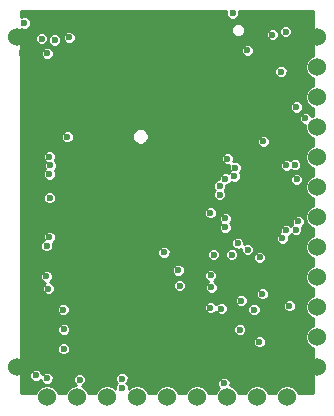
<source format=gbr>
G04 #@! TF.FileFunction,Copper,L3,Inr,Signal*
%FSLAX46Y46*%
G04 Gerber Fmt 4.6, Leading zero omitted, Abs format (unit mm)*
G04 Created by KiCad (PCBNEW 4.0.6) date 01/21/18 22:34:32*
%MOMM*%
%LPD*%
G01*
G04 APERTURE LIST*
%ADD10C,0.100000*%
%ADD11C,0.599440*%
%ADD12C,1.524000*%
%ADD13C,0.600000*%
%ADD14C,0.127000*%
%ADD15C,0.254000*%
G04 APERTURE END LIST*
D10*
D11*
X149583140Y-91462860D03*
X151020780Y-91749880D03*
X144820640Y-109245400D03*
X148021040Y-117081300D03*
X146941540Y-116512340D03*
X152001220Y-118148100D03*
X156248100Y-98851720D03*
X152593040Y-108973620D03*
X155625800Y-108473240D03*
X156065220Y-109367320D03*
X155321000Y-110517940D03*
X155938220Y-111445040D03*
X151030940Y-118856760D03*
X143070580Y-117718840D03*
X139895580Y-117777260D03*
X144279620Y-118264940D03*
X133639560Y-116560600D03*
X141516100Y-110385860D03*
X140096240Y-109926120D03*
X138506200Y-110002320D03*
X139674600Y-110980220D03*
X140728700Y-111594900D03*
X142781020Y-111612680D03*
X144236440Y-111325660D03*
X143451580Y-110157260D03*
X142013940Y-108892340D03*
X140192760Y-108585000D03*
X138869420Y-108872020D03*
X140959840Y-107627420D03*
X139235180Y-107261660D03*
X138046460Y-108049060D03*
X137452100Y-109197140D03*
X136723120Y-108066840D03*
X137241280Y-106878120D03*
X139176760Y-105920540D03*
X138102340Y-105516680D03*
X136321800Y-105824020D03*
X138257280Y-104330500D03*
X136664700Y-104673400D03*
X135361680Y-105039160D03*
X135267700Y-103774240D03*
X138026140Y-102969060D03*
X143548100Y-106456480D03*
X145923000Y-105920540D03*
X144678400Y-105288080D03*
X143047720Y-105422700D03*
X141610080Y-104579420D03*
X140901420Y-102834440D03*
X142646400Y-103428800D03*
X144084040Y-103830120D03*
X145656300Y-104251760D03*
X145483580Y-103121460D03*
X144198340Y-102316280D03*
X142684500Y-101627940D03*
X140766800Y-101071680D03*
X138236960Y-101760020D03*
X137873740Y-100495100D03*
X137949940Y-99174300D03*
X138198860Y-98023680D03*
X137355580Y-97391220D03*
X140538200Y-99192080D03*
X142090140Y-99651820D03*
X143586200Y-100342700D03*
X145656300Y-99806760D03*
X144640300Y-99039680D03*
X143009620Y-98425000D03*
X141226540Y-97965260D03*
X147360640Y-91965780D03*
X147688300Y-90949780D03*
X150256240Y-89646760D03*
X149755860Y-87810340D03*
X148610320Y-87802720D03*
X149067520Y-89646760D03*
X147726400Y-89626440D03*
X142242540Y-90182700D03*
X140441680Y-86847680D03*
X144322800Y-97332800D03*
X142595600Y-95148400D03*
X144475200Y-94284800D03*
X144526000Y-95808800D03*
X146405600Y-90373200D03*
X145745200Y-91236800D03*
X141274800Y-91389200D03*
X142646400Y-91084400D03*
X141122400Y-89204800D03*
X141274800Y-87325200D03*
X143306800Y-89001600D03*
X142595600Y-87071200D03*
X144678400Y-87071200D03*
X146100800Y-89357200D03*
X145389600Y-90220800D03*
D12*
X157480000Y-116840000D03*
X157480000Y-114300000D03*
X157480000Y-111760000D03*
X157480000Y-109220000D03*
X157480000Y-106680000D03*
X132080000Y-116840000D03*
X134620000Y-119380000D03*
X137160000Y-119380000D03*
X139700000Y-119380000D03*
X142240000Y-119380000D03*
X144780000Y-119380000D03*
X147320000Y-119380000D03*
X149860000Y-119380000D03*
X152400000Y-119380000D03*
X154940000Y-119380000D03*
X157480000Y-88900000D03*
X132080000Y-88900000D03*
X157480000Y-104140000D03*
X157480000Y-101600000D03*
X157480000Y-99060000D03*
X157480000Y-96520000D03*
X157480000Y-93980000D03*
X157480000Y-91440000D03*
D11*
X139547600Y-87503000D03*
X144576800Y-90982800D03*
D13*
X137688769Y-90373658D03*
X153026226Y-99441232D03*
X132537200Y-90220800D03*
X153364846Y-114568244D03*
X136657500Y-103220100D03*
X156375100Y-102844600D03*
X137337800Y-91393998D03*
X138176000Y-96469200D03*
X152577800Y-91211400D03*
X156946600Y-113004600D03*
X149701086Y-105012376D03*
X134634645Y-90268153D03*
X136055100Y-113639600D03*
X150334211Y-86874226D03*
X151598198Y-90017600D03*
X144526000Y-107137200D03*
X154432000Y-91821000D03*
X148742400Y-107315000D03*
X154838400Y-88442800D03*
X145846800Y-109956600D03*
X153695400Y-88696800D03*
X145719800Y-108635800D03*
X134594600Y-106578400D03*
X149377400Y-111887000D03*
X134831100Y-105832373D03*
X148530597Y-110080009D03*
X132715000Y-87706200D03*
X134747000Y-110193998D03*
X140970000Y-118625202D03*
X136502140Y-88920318D03*
X136020611Y-115304398D03*
X140970000Y-117822002D03*
X135272367Y-89147327D03*
X134570069Y-109165256D03*
X134825156Y-99034600D03*
X134825156Y-100493998D03*
X134848600Y-102514400D03*
X134900958Y-99770949D03*
X135990798Y-111984910D03*
X152148250Y-111983387D03*
X133680200Y-117551200D03*
X154868981Y-105256055D03*
X155701358Y-105208945D03*
X155909989Y-104512512D03*
X150570523Y-99952220D03*
X150493233Y-100675112D03*
X149712680Y-100904040D03*
X149239164Y-102233648D03*
X149257714Y-101506873D03*
X151610619Y-106905045D03*
X134620000Y-117805200D03*
X149718660Y-104252989D03*
X137388600Y-117906800D03*
X150781352Y-106345469D03*
X151053800Y-111226600D03*
X155752808Y-100939600D03*
X154889200Y-99771200D03*
X155614320Y-99718796D03*
X156487712Y-95787723D03*
X155727400Y-94818200D03*
X152946100Y-97735802D03*
X152857200Y-110642400D03*
X152617610Y-107543600D03*
X150261610Y-107315000D03*
X149606000Y-118211600D03*
X150952200Y-113665000D03*
X152603200Y-114706400D03*
X148462012Y-103782515D03*
X134165340Y-89032080D03*
X148488400Y-109067600D03*
X148461765Y-111806806D03*
X136334500Y-97345500D03*
X154547481Y-105931590D03*
X155143200Y-111658400D03*
X149885400Y-99204780D03*
D14*
X157480000Y-116840000D02*
X156845000Y-117475000D01*
X156667200Y-117652800D02*
X156845000Y-117475000D01*
X157480000Y-88900000D02*
X156286200Y-88900000D01*
X156286200Y-88900000D02*
X156108400Y-88722200D01*
X132080000Y-88900000D02*
X133477000Y-88900000D01*
X133477000Y-88900000D02*
X133629400Y-89052400D01*
D15*
G36*
X149780307Y-86763545D02*
X149780115Y-86983940D01*
X149864278Y-87187632D01*
X150019985Y-87343611D01*
X150223530Y-87428130D01*
X150443925Y-87428322D01*
X150647617Y-87344159D01*
X150803596Y-87188452D01*
X150888115Y-86984907D01*
X150888307Y-86764512D01*
X150857106Y-86689000D01*
X157151000Y-86689000D01*
X157151000Y-90476627D01*
X156905234Y-90578175D01*
X156619179Y-90863731D01*
X156464176Y-91237018D01*
X156463824Y-91641208D01*
X156618175Y-92014766D01*
X156903731Y-92300821D01*
X157151000Y-92403497D01*
X157151000Y-93016627D01*
X156905234Y-93118175D01*
X156619179Y-93403731D01*
X156464176Y-93777018D01*
X156463824Y-94181208D01*
X156618175Y-94554766D01*
X156903731Y-94840821D01*
X157151000Y-94943497D01*
X157151000Y-95556627D01*
X157014891Y-95612865D01*
X156957645Y-95474317D01*
X156801938Y-95318338D01*
X156598393Y-95233819D01*
X156377998Y-95233627D01*
X156174306Y-95317790D01*
X156018327Y-95473497D01*
X155933808Y-95677042D01*
X155933616Y-95897437D01*
X156017779Y-96101129D01*
X156173486Y-96257108D01*
X156377031Y-96341627D01*
X156464155Y-96341703D01*
X156463824Y-96721208D01*
X156618175Y-97094766D01*
X156903731Y-97380821D01*
X157151000Y-97483497D01*
X157151000Y-98096627D01*
X156905234Y-98198175D01*
X156619179Y-98483731D01*
X156464176Y-98857018D01*
X156463824Y-99261208D01*
X156618175Y-99634766D01*
X156903731Y-99920821D01*
X157151000Y-100023497D01*
X157151000Y-100636627D01*
X156905234Y-100738175D01*
X156619179Y-101023731D01*
X156464176Y-101397018D01*
X156463824Y-101801208D01*
X156618175Y-102174766D01*
X156903731Y-102460821D01*
X157151000Y-102563497D01*
X157151000Y-103176627D01*
X156905234Y-103278175D01*
X156619179Y-103563731D01*
X156464176Y-103937018D01*
X156463824Y-104341208D01*
X156618175Y-104714766D01*
X156903731Y-105000821D01*
X157151000Y-105103497D01*
X157151000Y-105716627D01*
X156905234Y-105818175D01*
X156619179Y-106103731D01*
X156464176Y-106477018D01*
X156463824Y-106881208D01*
X156618175Y-107254766D01*
X156903731Y-107540821D01*
X157151000Y-107643497D01*
X157151000Y-108256627D01*
X156905234Y-108358175D01*
X156619179Y-108643731D01*
X156464176Y-109017018D01*
X156463824Y-109421208D01*
X156618175Y-109794766D01*
X156903731Y-110080821D01*
X157151000Y-110183497D01*
X157151000Y-110796627D01*
X156905234Y-110898175D01*
X156619179Y-111183731D01*
X156464176Y-111557018D01*
X156463824Y-111961208D01*
X156618175Y-112334766D01*
X156903731Y-112620821D01*
X157151000Y-112723497D01*
X157151000Y-113336627D01*
X156905234Y-113438175D01*
X156619179Y-113723731D01*
X156464176Y-114097018D01*
X156463824Y-114501208D01*
X156618175Y-114874766D01*
X156903731Y-115160821D01*
X157151000Y-115263497D01*
X157151000Y-119051000D01*
X155903373Y-119051000D01*
X155801825Y-118805234D01*
X155516269Y-118519179D01*
X155142982Y-118364176D01*
X154738792Y-118363824D01*
X154365234Y-118518175D01*
X154079179Y-118803731D01*
X153976503Y-119051000D01*
X153363373Y-119051000D01*
X153261825Y-118805234D01*
X152976269Y-118519179D01*
X152602982Y-118364176D01*
X152198792Y-118363824D01*
X151825234Y-118518175D01*
X151539179Y-118803731D01*
X151436503Y-119051000D01*
X150823373Y-119051000D01*
X150721825Y-118805234D01*
X150436269Y-118519179D01*
X150130812Y-118392342D01*
X150159904Y-118322281D01*
X150160096Y-118101886D01*
X150075933Y-117898194D01*
X149920226Y-117742215D01*
X149716681Y-117657696D01*
X149496286Y-117657504D01*
X149292594Y-117741667D01*
X149136615Y-117897374D01*
X149052096Y-118100919D01*
X149051904Y-118321314D01*
X149136067Y-118525006D01*
X149207105Y-118596168D01*
X148999179Y-118803731D01*
X148896503Y-119051000D01*
X148283373Y-119051000D01*
X148181825Y-118805234D01*
X147896269Y-118519179D01*
X147522982Y-118364176D01*
X147118792Y-118363824D01*
X146745234Y-118518175D01*
X146459179Y-118803731D01*
X146356503Y-119051000D01*
X145743373Y-119051000D01*
X145641825Y-118805234D01*
X145356269Y-118519179D01*
X144982982Y-118364176D01*
X144578792Y-118363824D01*
X144205234Y-118518175D01*
X143919179Y-118803731D01*
X143816503Y-119051000D01*
X143203373Y-119051000D01*
X143101825Y-118805234D01*
X142816269Y-118519179D01*
X142442982Y-118364176D01*
X142038792Y-118363824D01*
X141665234Y-118518175D01*
X141523971Y-118659192D01*
X141524096Y-118515488D01*
X141439933Y-118311796D01*
X141351876Y-118223585D01*
X141439385Y-118136228D01*
X141523904Y-117932683D01*
X141524096Y-117712288D01*
X141439933Y-117508596D01*
X141284226Y-117352617D01*
X141080681Y-117268098D01*
X140860286Y-117267906D01*
X140656594Y-117352069D01*
X140500615Y-117507776D01*
X140416096Y-117711321D01*
X140415904Y-117931716D01*
X140500067Y-118135408D01*
X140588124Y-118223619D01*
X140500615Y-118310976D01*
X140416096Y-118514521D01*
X140415970Y-118659124D01*
X140276269Y-118519179D01*
X139902982Y-118364176D01*
X139498792Y-118363824D01*
X139125234Y-118518175D01*
X138839179Y-118803731D01*
X138736503Y-119051000D01*
X138123373Y-119051000D01*
X138021825Y-118805234D01*
X137736269Y-118519179D01*
X137547232Y-118440684D01*
X137702006Y-118376733D01*
X137857985Y-118221026D01*
X137942504Y-118017481D01*
X137942696Y-117797086D01*
X137858533Y-117593394D01*
X137702826Y-117437415D01*
X137499281Y-117352896D01*
X137278886Y-117352704D01*
X137075194Y-117436867D01*
X136919215Y-117592574D01*
X136834696Y-117796119D01*
X136834504Y-118016514D01*
X136918667Y-118220206D01*
X137062124Y-118363914D01*
X136958792Y-118363824D01*
X136585234Y-118518175D01*
X136299179Y-118803731D01*
X136196503Y-119051000D01*
X135583373Y-119051000D01*
X135481825Y-118805234D01*
X135196269Y-118519179D01*
X134822982Y-118364176D01*
X134418792Y-118363824D01*
X134045234Y-118518175D01*
X133759179Y-118803731D01*
X133656503Y-119051000D01*
X132409000Y-119051000D01*
X132409000Y-117660914D01*
X133126104Y-117660914D01*
X133210267Y-117864606D01*
X133365974Y-118020585D01*
X133569519Y-118105104D01*
X133789914Y-118105296D01*
X133993606Y-118021133D01*
X134075864Y-117939019D01*
X134150067Y-118118606D01*
X134305774Y-118274585D01*
X134509319Y-118359104D01*
X134729714Y-118359296D01*
X134933406Y-118275133D01*
X135089385Y-118119426D01*
X135173904Y-117915881D01*
X135174096Y-117695486D01*
X135089933Y-117491794D01*
X134934226Y-117335815D01*
X134730681Y-117251296D01*
X134510286Y-117251104D01*
X134306594Y-117335267D01*
X134224336Y-117417381D01*
X134150133Y-117237794D01*
X133994426Y-117081815D01*
X133790881Y-116997296D01*
X133570486Y-116997104D01*
X133366794Y-117081267D01*
X133210815Y-117236974D01*
X133126296Y-117440519D01*
X133126104Y-117660914D01*
X132409000Y-117660914D01*
X132409000Y-115414112D01*
X135466515Y-115414112D01*
X135550678Y-115617804D01*
X135706385Y-115773783D01*
X135909930Y-115858302D01*
X136130325Y-115858494D01*
X136334017Y-115774331D01*
X136489996Y-115618624D01*
X136574515Y-115415079D01*
X136574707Y-115194684D01*
X136490544Y-114990992D01*
X136334837Y-114835013D01*
X136289324Y-114816114D01*
X152049104Y-114816114D01*
X152133267Y-115019806D01*
X152288974Y-115175785D01*
X152492519Y-115260304D01*
X152712914Y-115260496D01*
X152916606Y-115176333D01*
X153072585Y-115020626D01*
X153157104Y-114817081D01*
X153157296Y-114596686D01*
X153073133Y-114392994D01*
X152917426Y-114237015D01*
X152713881Y-114152496D01*
X152493486Y-114152304D01*
X152289794Y-114236467D01*
X152133815Y-114392174D01*
X152049296Y-114595719D01*
X152049104Y-114816114D01*
X136289324Y-114816114D01*
X136131292Y-114750494D01*
X135910897Y-114750302D01*
X135707205Y-114834465D01*
X135551226Y-114990172D01*
X135466707Y-115193717D01*
X135466515Y-115414112D01*
X132409000Y-115414112D01*
X132409000Y-113749314D01*
X135501004Y-113749314D01*
X135585167Y-113953006D01*
X135740874Y-114108985D01*
X135944419Y-114193504D01*
X136164814Y-114193696D01*
X136368506Y-114109533D01*
X136524485Y-113953826D01*
X136598858Y-113774714D01*
X150398104Y-113774714D01*
X150482267Y-113978406D01*
X150637974Y-114134385D01*
X150841519Y-114218904D01*
X151061914Y-114219096D01*
X151265606Y-114134933D01*
X151421585Y-113979226D01*
X151506104Y-113775681D01*
X151506296Y-113555286D01*
X151422133Y-113351594D01*
X151266426Y-113195615D01*
X151062881Y-113111096D01*
X150842486Y-113110904D01*
X150638794Y-113195067D01*
X150482815Y-113350774D01*
X150398296Y-113554319D01*
X150398104Y-113774714D01*
X136598858Y-113774714D01*
X136609004Y-113750281D01*
X136609196Y-113529886D01*
X136525033Y-113326194D01*
X136369326Y-113170215D01*
X136165781Y-113085696D01*
X135945386Y-113085504D01*
X135741694Y-113169667D01*
X135585715Y-113325374D01*
X135501196Y-113528919D01*
X135501004Y-113749314D01*
X132409000Y-113749314D01*
X132409000Y-112094624D01*
X135436702Y-112094624D01*
X135520865Y-112298316D01*
X135676572Y-112454295D01*
X135880117Y-112538814D01*
X136100512Y-112539006D01*
X136304204Y-112454843D01*
X136460183Y-112299136D01*
X136544702Y-112095591D01*
X136544858Y-111916520D01*
X147907669Y-111916520D01*
X147991832Y-112120212D01*
X148147539Y-112276191D01*
X148351084Y-112360710D01*
X148571479Y-112360902D01*
X148775171Y-112276739D01*
X148891164Y-112160949D01*
X148907467Y-112200406D01*
X149063174Y-112356385D01*
X149266719Y-112440904D01*
X149487114Y-112441096D01*
X149690806Y-112356933D01*
X149846785Y-112201226D01*
X149891682Y-112093101D01*
X151594154Y-112093101D01*
X151678317Y-112296793D01*
X151834024Y-112452772D01*
X152037569Y-112537291D01*
X152257964Y-112537483D01*
X152461656Y-112453320D01*
X152617635Y-112297613D01*
X152702154Y-112094068D01*
X152702346Y-111873673D01*
X152658731Y-111768114D01*
X154589104Y-111768114D01*
X154673267Y-111971806D01*
X154828974Y-112127785D01*
X155032519Y-112212304D01*
X155252914Y-112212496D01*
X155456606Y-112128333D01*
X155612585Y-111972626D01*
X155697104Y-111769081D01*
X155697296Y-111548686D01*
X155613133Y-111344994D01*
X155457426Y-111189015D01*
X155253881Y-111104496D01*
X155033486Y-111104304D01*
X154829794Y-111188467D01*
X154673815Y-111344174D01*
X154589296Y-111547719D01*
X154589104Y-111768114D01*
X152658731Y-111768114D01*
X152618183Y-111669981D01*
X152462476Y-111514002D01*
X152258931Y-111429483D01*
X152038536Y-111429291D01*
X151834844Y-111513454D01*
X151678865Y-111669161D01*
X151594346Y-111872706D01*
X151594154Y-112093101D01*
X149891682Y-112093101D01*
X149931304Y-111997681D01*
X149931496Y-111777286D01*
X149847333Y-111573594D01*
X149691626Y-111417615D01*
X149495831Y-111336314D01*
X150499704Y-111336314D01*
X150583867Y-111540006D01*
X150739574Y-111695985D01*
X150943119Y-111780504D01*
X151163514Y-111780696D01*
X151367206Y-111696533D01*
X151523185Y-111540826D01*
X151607704Y-111337281D01*
X151607896Y-111116886D01*
X151523733Y-110913194D01*
X151368026Y-110757215D01*
X151355742Y-110752114D01*
X152303104Y-110752114D01*
X152387267Y-110955806D01*
X152542974Y-111111785D01*
X152746519Y-111196304D01*
X152966914Y-111196496D01*
X153170606Y-111112333D01*
X153326585Y-110956626D01*
X153411104Y-110753081D01*
X153411296Y-110532686D01*
X153327133Y-110328994D01*
X153171426Y-110173015D01*
X152967881Y-110088496D01*
X152747486Y-110088304D01*
X152543794Y-110172467D01*
X152387815Y-110328174D01*
X152303296Y-110531719D01*
X152303104Y-110752114D01*
X151355742Y-110752114D01*
X151164481Y-110672696D01*
X150944086Y-110672504D01*
X150740394Y-110756667D01*
X150584415Y-110912374D01*
X150499896Y-111115919D01*
X150499704Y-111336314D01*
X149495831Y-111336314D01*
X149488081Y-111333096D01*
X149267686Y-111332904D01*
X149063994Y-111417067D01*
X148948001Y-111532857D01*
X148931698Y-111493400D01*
X148775991Y-111337421D01*
X148572446Y-111252902D01*
X148352051Y-111252710D01*
X148148359Y-111336873D01*
X147992380Y-111492580D01*
X147907861Y-111696125D01*
X147907669Y-111916520D01*
X136544858Y-111916520D01*
X136544894Y-111875196D01*
X136460731Y-111671504D01*
X136305024Y-111515525D01*
X136101479Y-111431006D01*
X135881084Y-111430814D01*
X135677392Y-111514977D01*
X135521413Y-111670684D01*
X135436894Y-111874229D01*
X135436702Y-112094624D01*
X132409000Y-112094624D01*
X132409000Y-109274970D01*
X134015973Y-109274970D01*
X134100136Y-109478662D01*
X134255843Y-109634641D01*
X134452444Y-109716277D01*
X134433594Y-109724065D01*
X134277615Y-109879772D01*
X134193096Y-110083317D01*
X134192904Y-110303712D01*
X134277067Y-110507404D01*
X134432774Y-110663383D01*
X134636319Y-110747902D01*
X134856714Y-110748094D01*
X135060406Y-110663931D01*
X135216385Y-110508224D01*
X135300904Y-110304679D01*
X135301096Y-110084284D01*
X135293672Y-110066314D01*
X145292704Y-110066314D01*
X145376867Y-110270006D01*
X145532574Y-110425985D01*
X145736119Y-110510504D01*
X145956514Y-110510696D01*
X146160206Y-110426533D01*
X146316185Y-110270826D01*
X146400704Y-110067281D01*
X146400896Y-109846886D01*
X146316733Y-109643194D01*
X146161026Y-109487215D01*
X145957481Y-109402696D01*
X145737086Y-109402504D01*
X145533394Y-109486667D01*
X145377415Y-109642374D01*
X145292896Y-109845919D01*
X145292704Y-110066314D01*
X135293672Y-110066314D01*
X135216933Y-109880592D01*
X135061226Y-109724613D01*
X134864625Y-109642977D01*
X134883475Y-109635189D01*
X135039454Y-109479482D01*
X135123973Y-109275937D01*
X135124165Y-109055542D01*
X135040002Y-108851850D01*
X134933852Y-108745514D01*
X145165704Y-108745514D01*
X145249867Y-108949206D01*
X145405574Y-109105185D01*
X145609119Y-109189704D01*
X145829514Y-109189896D01*
X145859965Y-109177314D01*
X147934304Y-109177314D01*
X148018467Y-109381006D01*
X148174174Y-109536985D01*
X148283858Y-109582530D01*
X148217191Y-109610076D01*
X148061212Y-109765783D01*
X147976693Y-109969328D01*
X147976501Y-110189723D01*
X148060664Y-110393415D01*
X148216371Y-110549394D01*
X148419916Y-110633913D01*
X148640311Y-110634105D01*
X148844003Y-110549942D01*
X148999982Y-110394235D01*
X149084501Y-110190690D01*
X149084693Y-109970295D01*
X149000530Y-109766603D01*
X148844823Y-109610624D01*
X148735139Y-109565079D01*
X148801806Y-109537533D01*
X148957785Y-109381826D01*
X149042304Y-109178281D01*
X149042496Y-108957886D01*
X148958333Y-108754194D01*
X148802626Y-108598215D01*
X148599081Y-108513696D01*
X148378686Y-108513504D01*
X148174994Y-108597667D01*
X148019015Y-108753374D01*
X147934496Y-108956919D01*
X147934304Y-109177314D01*
X145859965Y-109177314D01*
X146033206Y-109105733D01*
X146189185Y-108950026D01*
X146273704Y-108746481D01*
X146273896Y-108526086D01*
X146189733Y-108322394D01*
X146034026Y-108166415D01*
X145830481Y-108081896D01*
X145610086Y-108081704D01*
X145406394Y-108165867D01*
X145250415Y-108321574D01*
X145165896Y-108525119D01*
X145165704Y-108745514D01*
X134933852Y-108745514D01*
X134884295Y-108695871D01*
X134680750Y-108611352D01*
X134460355Y-108611160D01*
X134256663Y-108695323D01*
X134100684Y-108851030D01*
X134016165Y-109054575D01*
X134015973Y-109274970D01*
X132409000Y-109274970D01*
X132409000Y-107246914D01*
X143971904Y-107246914D01*
X144056067Y-107450606D01*
X144211774Y-107606585D01*
X144415319Y-107691104D01*
X144635714Y-107691296D01*
X144839406Y-107607133D01*
X144995385Y-107451426D01*
X145006476Y-107424714D01*
X148188304Y-107424714D01*
X148272467Y-107628406D01*
X148428174Y-107784385D01*
X148631719Y-107868904D01*
X148852114Y-107869096D01*
X149055806Y-107784933D01*
X149211785Y-107629226D01*
X149296304Y-107425681D01*
X149296304Y-107424714D01*
X149707514Y-107424714D01*
X149791677Y-107628406D01*
X149947384Y-107784385D01*
X150150929Y-107868904D01*
X150371324Y-107869096D01*
X150575016Y-107784933D01*
X150706864Y-107653314D01*
X152063514Y-107653314D01*
X152147677Y-107857006D01*
X152303384Y-108012985D01*
X152506929Y-108097504D01*
X152727324Y-108097696D01*
X152931016Y-108013533D01*
X153086995Y-107857826D01*
X153171514Y-107654281D01*
X153171706Y-107433886D01*
X153087543Y-107230194D01*
X152931836Y-107074215D01*
X152728291Y-106989696D01*
X152507896Y-106989504D01*
X152304204Y-107073667D01*
X152148225Y-107229374D01*
X152063706Y-107432919D01*
X152063514Y-107653314D01*
X150706864Y-107653314D01*
X150730995Y-107629226D01*
X150815514Y-107425681D01*
X150815706Y-107205286D01*
X150731543Y-107001594D01*
X150600352Y-106870174D01*
X150670671Y-106899373D01*
X150891066Y-106899565D01*
X151056683Y-106831134D01*
X151056523Y-107014759D01*
X151140686Y-107218451D01*
X151296393Y-107374430D01*
X151499938Y-107458949D01*
X151720333Y-107459141D01*
X151924025Y-107374978D01*
X152080004Y-107219271D01*
X152164523Y-107015726D01*
X152164715Y-106795331D01*
X152080552Y-106591639D01*
X151924845Y-106435660D01*
X151721300Y-106351141D01*
X151500905Y-106350949D01*
X151335288Y-106419380D01*
X151335448Y-106235755D01*
X151255104Y-106041304D01*
X153993385Y-106041304D01*
X154077548Y-106244996D01*
X154233255Y-106400975D01*
X154436800Y-106485494D01*
X154657195Y-106485686D01*
X154860887Y-106401523D01*
X155016866Y-106245816D01*
X155101385Y-106042271D01*
X155101577Y-105821876D01*
X155079519Y-105768492D01*
X155182387Y-105725988D01*
X155308767Y-105599828D01*
X155387132Y-105678330D01*
X155590677Y-105762849D01*
X155811072Y-105763041D01*
X156014764Y-105678878D01*
X156170743Y-105523171D01*
X156255262Y-105319626D01*
X156255454Y-105099231D01*
X156209561Y-104988161D01*
X156223395Y-104982445D01*
X156379374Y-104826738D01*
X156463893Y-104623193D01*
X156464085Y-104402798D01*
X156379922Y-104199106D01*
X156224215Y-104043127D01*
X156020670Y-103958608D01*
X155800275Y-103958416D01*
X155596583Y-104042579D01*
X155440604Y-104198286D01*
X155356085Y-104401831D01*
X155355893Y-104622226D01*
X155401786Y-104733296D01*
X155387952Y-104739012D01*
X155261572Y-104865172D01*
X155183207Y-104786670D01*
X154979662Y-104702151D01*
X154759267Y-104701959D01*
X154555575Y-104786122D01*
X154399596Y-104941829D01*
X154315077Y-105145374D01*
X154314885Y-105365769D01*
X154336943Y-105419153D01*
X154234075Y-105461657D01*
X154078096Y-105617364D01*
X153993577Y-105820909D01*
X153993385Y-106041304D01*
X151255104Y-106041304D01*
X151251285Y-106032063D01*
X151095578Y-105876084D01*
X150892033Y-105791565D01*
X150671638Y-105791373D01*
X150467946Y-105875536D01*
X150311967Y-106031243D01*
X150227448Y-106234788D01*
X150227256Y-106455183D01*
X150311419Y-106658875D01*
X150442610Y-106790295D01*
X150372291Y-106761096D01*
X150151896Y-106760904D01*
X149948204Y-106845067D01*
X149792225Y-107000774D01*
X149707706Y-107204319D01*
X149707514Y-107424714D01*
X149296304Y-107424714D01*
X149296496Y-107205286D01*
X149212333Y-107001594D01*
X149056626Y-106845615D01*
X148853081Y-106761096D01*
X148632686Y-106760904D01*
X148428994Y-106845067D01*
X148273015Y-107000774D01*
X148188496Y-107204319D01*
X148188304Y-107424714D01*
X145006476Y-107424714D01*
X145079904Y-107247881D01*
X145080096Y-107027486D01*
X144995933Y-106823794D01*
X144840226Y-106667815D01*
X144636681Y-106583296D01*
X144416286Y-106583104D01*
X144212594Y-106667267D01*
X144056615Y-106822974D01*
X143972096Y-107026519D01*
X143971904Y-107246914D01*
X132409000Y-107246914D01*
X132409000Y-106688114D01*
X134040504Y-106688114D01*
X134124667Y-106891806D01*
X134280374Y-107047785D01*
X134483919Y-107132304D01*
X134704314Y-107132496D01*
X134908006Y-107048333D01*
X135063985Y-106892626D01*
X135148504Y-106689081D01*
X135148696Y-106468686D01*
X135089364Y-106325090D01*
X135144506Y-106302306D01*
X135300485Y-106146599D01*
X135385004Y-105943054D01*
X135385196Y-105722659D01*
X135301033Y-105518967D01*
X135145326Y-105362988D01*
X134941781Y-105278469D01*
X134721386Y-105278277D01*
X134517694Y-105362440D01*
X134361715Y-105518147D01*
X134277196Y-105721692D01*
X134277004Y-105942087D01*
X134336336Y-106085683D01*
X134281194Y-106108467D01*
X134125215Y-106264174D01*
X134040696Y-106467719D01*
X134040504Y-106688114D01*
X132409000Y-106688114D01*
X132409000Y-105122090D01*
X149146990Y-105122090D01*
X149231153Y-105325782D01*
X149386860Y-105481761D01*
X149590405Y-105566280D01*
X149810800Y-105566472D01*
X150014492Y-105482309D01*
X150170471Y-105326602D01*
X150254990Y-105123057D01*
X150255182Y-104902662D01*
X150171019Y-104698970D01*
X150113640Y-104641491D01*
X150188045Y-104567215D01*
X150272564Y-104363670D01*
X150272756Y-104143275D01*
X150188593Y-103939583D01*
X150032886Y-103783604D01*
X149829341Y-103699085D01*
X149608946Y-103698893D01*
X149405254Y-103783056D01*
X149249275Y-103938763D01*
X149164756Y-104142308D01*
X149164564Y-104362703D01*
X149248727Y-104566395D01*
X149306106Y-104623874D01*
X149231701Y-104698150D01*
X149147182Y-104901695D01*
X149146990Y-105122090D01*
X132409000Y-105122090D01*
X132409000Y-103892229D01*
X147907916Y-103892229D01*
X147992079Y-104095921D01*
X148147786Y-104251900D01*
X148351331Y-104336419D01*
X148571726Y-104336611D01*
X148775418Y-104252448D01*
X148931397Y-104096741D01*
X149015916Y-103893196D01*
X149016108Y-103672801D01*
X148931945Y-103469109D01*
X148776238Y-103313130D01*
X148572693Y-103228611D01*
X148352298Y-103228419D01*
X148148606Y-103312582D01*
X147992627Y-103468289D01*
X147908108Y-103671834D01*
X147907916Y-103892229D01*
X132409000Y-103892229D01*
X132409000Y-102624114D01*
X134294504Y-102624114D01*
X134378667Y-102827806D01*
X134534374Y-102983785D01*
X134737919Y-103068304D01*
X134958314Y-103068496D01*
X135162006Y-102984333D01*
X135317985Y-102828626D01*
X135402504Y-102625081D01*
X135402696Y-102404686D01*
X135377358Y-102343362D01*
X148685068Y-102343362D01*
X148769231Y-102547054D01*
X148924938Y-102703033D01*
X149128483Y-102787552D01*
X149348878Y-102787744D01*
X149552570Y-102703581D01*
X149708549Y-102547874D01*
X149793068Y-102344329D01*
X149793260Y-102123934D01*
X149709097Y-101920242D01*
X149668511Y-101879585D01*
X149727099Y-101821099D01*
X149811618Y-101617554D01*
X149811757Y-101458127D01*
X149822394Y-101458136D01*
X150026086Y-101373973D01*
X150182065Y-101218266D01*
X150207742Y-101156429D01*
X150382552Y-101229016D01*
X150602947Y-101229208D01*
X150806639Y-101145045D01*
X150902537Y-101049314D01*
X155198712Y-101049314D01*
X155282875Y-101253006D01*
X155438582Y-101408985D01*
X155642127Y-101493504D01*
X155862522Y-101493696D01*
X156066214Y-101409533D01*
X156222193Y-101253826D01*
X156306712Y-101050281D01*
X156306904Y-100829886D01*
X156222741Y-100626194D01*
X156067034Y-100470215D01*
X155863489Y-100385696D01*
X155643094Y-100385504D01*
X155439402Y-100469667D01*
X155283423Y-100625374D01*
X155198904Y-100828919D01*
X155198712Y-101049314D01*
X150902537Y-101049314D01*
X150962618Y-100989338D01*
X151047137Y-100785793D01*
X151047329Y-100565398D01*
X150963166Y-100361706D01*
X150953840Y-100352364D01*
X151039908Y-100266446D01*
X151124427Y-100062901D01*
X151124585Y-99880914D01*
X154335104Y-99880914D01*
X154419267Y-100084606D01*
X154574974Y-100240585D01*
X154778519Y-100325104D01*
X154998914Y-100325296D01*
X155202606Y-100241133D01*
X155277911Y-100165959D01*
X155300094Y-100188181D01*
X155503639Y-100272700D01*
X155724034Y-100272892D01*
X155927726Y-100188729D01*
X156083705Y-100033022D01*
X156168224Y-99829477D01*
X156168416Y-99609082D01*
X156084253Y-99405390D01*
X155928546Y-99249411D01*
X155725001Y-99164892D01*
X155504606Y-99164700D01*
X155300914Y-99248863D01*
X155225609Y-99324037D01*
X155203426Y-99301815D01*
X154999881Y-99217296D01*
X154779486Y-99217104D01*
X154575794Y-99301267D01*
X154419815Y-99456974D01*
X154335296Y-99660519D01*
X154335104Y-99880914D01*
X151124585Y-99880914D01*
X151124619Y-99842506D01*
X151040456Y-99638814D01*
X150884749Y-99482835D01*
X150681204Y-99398316D01*
X150460809Y-99398124D01*
X150393417Y-99425970D01*
X150439304Y-99315461D01*
X150439496Y-99095066D01*
X150355333Y-98891374D01*
X150199626Y-98735395D01*
X149996081Y-98650876D01*
X149775686Y-98650684D01*
X149571994Y-98734847D01*
X149416015Y-98890554D01*
X149331496Y-99094099D01*
X149331304Y-99314494D01*
X149415467Y-99518186D01*
X149571174Y-99674165D01*
X149774719Y-99758684D01*
X149995114Y-99758876D01*
X150062506Y-99731030D01*
X150016619Y-99841539D01*
X150016427Y-100061934D01*
X150100590Y-100265626D01*
X150109916Y-100274968D01*
X150023848Y-100360886D01*
X149998171Y-100422723D01*
X149823361Y-100350136D01*
X149602966Y-100349944D01*
X149399274Y-100434107D01*
X149243295Y-100589814D01*
X149158776Y-100793359D01*
X149158637Y-100952786D01*
X149148000Y-100952777D01*
X148944308Y-101036940D01*
X148788329Y-101192647D01*
X148703810Y-101396192D01*
X148703618Y-101616587D01*
X148787781Y-101820279D01*
X148828367Y-101860936D01*
X148769779Y-101919422D01*
X148685260Y-102122967D01*
X148685068Y-102343362D01*
X135377358Y-102343362D01*
X135318533Y-102200994D01*
X135162826Y-102045015D01*
X134959281Y-101960496D01*
X134738886Y-101960304D01*
X134535194Y-102044467D01*
X134379215Y-102200174D01*
X134294696Y-102403719D01*
X134294504Y-102624114D01*
X132409000Y-102624114D01*
X132409000Y-99144314D01*
X134271060Y-99144314D01*
X134355223Y-99348006D01*
X134447690Y-99440634D01*
X134431573Y-99456723D01*
X134347054Y-99660268D01*
X134346862Y-99880663D01*
X134431025Y-100084355D01*
X134441172Y-100094520D01*
X134355771Y-100179772D01*
X134271252Y-100383317D01*
X134271060Y-100603712D01*
X134355223Y-100807404D01*
X134510930Y-100963383D01*
X134714475Y-101047902D01*
X134934870Y-101048094D01*
X135138562Y-100963931D01*
X135294541Y-100808224D01*
X135379060Y-100604679D01*
X135379252Y-100384284D01*
X135295089Y-100180592D01*
X135284942Y-100170427D01*
X135370343Y-100085175D01*
X135454862Y-99881630D01*
X135455054Y-99661235D01*
X135370891Y-99457543D01*
X135278424Y-99364915D01*
X135294541Y-99348826D01*
X135379060Y-99145281D01*
X135379252Y-98924886D01*
X135295089Y-98721194D01*
X135139382Y-98565215D01*
X134935837Y-98480696D01*
X134715442Y-98480504D01*
X134511750Y-98564667D01*
X134355771Y-98720374D01*
X134271252Y-98923919D01*
X134271060Y-99144314D01*
X132409000Y-99144314D01*
X132409000Y-97455214D01*
X135780404Y-97455214D01*
X135864567Y-97658906D01*
X136020274Y-97814885D01*
X136223819Y-97899404D01*
X136444214Y-97899596D01*
X136647906Y-97815433D01*
X136803885Y-97659726D01*
X136888404Y-97456181D01*
X136888407Y-97452620D01*
X141821078Y-97452620D01*
X141928030Y-97711463D01*
X142125895Y-97909674D01*
X142384551Y-98017077D01*
X142664620Y-98017322D01*
X142923463Y-97910370D01*
X142988430Y-97845516D01*
X152392004Y-97845516D01*
X152476167Y-98049208D01*
X152631874Y-98205187D01*
X152835419Y-98289706D01*
X153055814Y-98289898D01*
X153259506Y-98205735D01*
X153415485Y-98050028D01*
X153500004Y-97846483D01*
X153500196Y-97626088D01*
X153416033Y-97422396D01*
X153260326Y-97266417D01*
X153056781Y-97181898D01*
X152836386Y-97181706D01*
X152632694Y-97265869D01*
X152476715Y-97421576D01*
X152392196Y-97625121D01*
X152392004Y-97845516D01*
X142988430Y-97845516D01*
X143121674Y-97712505D01*
X143229077Y-97453849D01*
X143229322Y-97173780D01*
X143122370Y-96914937D01*
X142924505Y-96716726D01*
X142665849Y-96609323D01*
X142385780Y-96609078D01*
X142126937Y-96716030D01*
X141928726Y-96913895D01*
X141821323Y-97172551D01*
X141821078Y-97452620D01*
X136888407Y-97452620D01*
X136888596Y-97235786D01*
X136804433Y-97032094D01*
X136648726Y-96876115D01*
X136445181Y-96791596D01*
X136224786Y-96791404D01*
X136021094Y-96875567D01*
X135865115Y-97031274D01*
X135780596Y-97234819D01*
X135780404Y-97455214D01*
X132409000Y-97455214D01*
X132409000Y-94927914D01*
X155173304Y-94927914D01*
X155257467Y-95131606D01*
X155413174Y-95287585D01*
X155616719Y-95372104D01*
X155837114Y-95372296D01*
X156040806Y-95288133D01*
X156196785Y-95132426D01*
X156281304Y-94928881D01*
X156281496Y-94708486D01*
X156197333Y-94504794D01*
X156041626Y-94348815D01*
X155838081Y-94264296D01*
X155617686Y-94264104D01*
X155413994Y-94348267D01*
X155258015Y-94503974D01*
X155173496Y-94707519D01*
X155173304Y-94927914D01*
X132409000Y-94927914D01*
X132409000Y-91930714D01*
X153877904Y-91930714D01*
X153962067Y-92134406D01*
X154117774Y-92290385D01*
X154321319Y-92374904D01*
X154541714Y-92375096D01*
X154745406Y-92290933D01*
X154901385Y-92135226D01*
X154985904Y-91931681D01*
X154986096Y-91711286D01*
X154901933Y-91507594D01*
X154746226Y-91351615D01*
X154542681Y-91267096D01*
X154322286Y-91266904D01*
X154118594Y-91351067D01*
X153962615Y-91506774D01*
X153878096Y-91710319D01*
X153877904Y-91930714D01*
X132409000Y-91930714D01*
X132409000Y-90377867D01*
X134080549Y-90377867D01*
X134164712Y-90581559D01*
X134320419Y-90737538D01*
X134523964Y-90822057D01*
X134744359Y-90822249D01*
X134948051Y-90738086D01*
X135104030Y-90582379D01*
X135188549Y-90378834D01*
X135188741Y-90158439D01*
X135175881Y-90127314D01*
X151044102Y-90127314D01*
X151128265Y-90331006D01*
X151283972Y-90486985D01*
X151487517Y-90571504D01*
X151707912Y-90571696D01*
X151911604Y-90487533D01*
X152067583Y-90331826D01*
X152152102Y-90128281D01*
X152152294Y-89907886D01*
X152068131Y-89704194D01*
X151912424Y-89548215D01*
X151708879Y-89463696D01*
X151488484Y-89463504D01*
X151284792Y-89547667D01*
X151128813Y-89703374D01*
X151044294Y-89906919D01*
X151044102Y-90127314D01*
X135175881Y-90127314D01*
X135104578Y-89954747D01*
X134948871Y-89798768D01*
X134745326Y-89714249D01*
X134524931Y-89714057D01*
X134321239Y-89798220D01*
X134165260Y-89953927D01*
X134080741Y-90157472D01*
X134080549Y-90377867D01*
X132409000Y-90377867D01*
X132409000Y-89141794D01*
X133611244Y-89141794D01*
X133695407Y-89345486D01*
X133851114Y-89501465D01*
X134054659Y-89585984D01*
X134275054Y-89586176D01*
X134478746Y-89502013D01*
X134634725Y-89346306D01*
X134718369Y-89144869D01*
X134718271Y-89257041D01*
X134802434Y-89460733D01*
X134958141Y-89616712D01*
X135161686Y-89701231D01*
X135382081Y-89701423D01*
X135585773Y-89617260D01*
X135741752Y-89461553D01*
X135826271Y-89258008D01*
X135826463Y-89037613D01*
X135823331Y-89030032D01*
X135948044Y-89030032D01*
X136032207Y-89233724D01*
X136187914Y-89389703D01*
X136391459Y-89474222D01*
X136611854Y-89474414D01*
X136815546Y-89390251D01*
X136971525Y-89234544D01*
X137056044Y-89030999D01*
X137056236Y-88810604D01*
X136972073Y-88606912D01*
X136816366Y-88450933D01*
X136772736Y-88432816D01*
X150221095Y-88432816D01*
X150312855Y-88654892D01*
X150482615Y-88824948D01*
X150704530Y-88917095D01*
X150944816Y-88917305D01*
X151166892Y-88825545D01*
X151185956Y-88806514D01*
X153141304Y-88806514D01*
X153225467Y-89010206D01*
X153381174Y-89166185D01*
X153584719Y-89250704D01*
X153805114Y-89250896D01*
X154008806Y-89166733D01*
X154164785Y-89011026D01*
X154249304Y-88807481D01*
X154249496Y-88587086D01*
X154235212Y-88552514D01*
X154284304Y-88552514D01*
X154368467Y-88756206D01*
X154524174Y-88912185D01*
X154727719Y-88996704D01*
X154948114Y-88996896D01*
X155151806Y-88912733D01*
X155307785Y-88757026D01*
X155392304Y-88553481D01*
X155392496Y-88333086D01*
X155308333Y-88129394D01*
X155152626Y-87973415D01*
X154949081Y-87888896D01*
X154728686Y-87888704D01*
X154524994Y-87972867D01*
X154369015Y-88128574D01*
X154284496Y-88332119D01*
X154284304Y-88552514D01*
X154235212Y-88552514D01*
X154165333Y-88383394D01*
X154009626Y-88227415D01*
X153806081Y-88142896D01*
X153585686Y-88142704D01*
X153381994Y-88226867D01*
X153226015Y-88382574D01*
X153141496Y-88586119D01*
X153141304Y-88806514D01*
X151185956Y-88806514D01*
X151336948Y-88655785D01*
X151429095Y-88433870D01*
X151429305Y-88193584D01*
X151337545Y-87971508D01*
X151167785Y-87801452D01*
X150945870Y-87709305D01*
X150705584Y-87709095D01*
X150483508Y-87800855D01*
X150313452Y-87970615D01*
X150221305Y-88192530D01*
X150221095Y-88432816D01*
X136772736Y-88432816D01*
X136612821Y-88366414D01*
X136392426Y-88366222D01*
X136188734Y-88450385D01*
X136032755Y-88606092D01*
X135948236Y-88809637D01*
X135948044Y-89030032D01*
X135823331Y-89030032D01*
X135742300Y-88833921D01*
X135586593Y-88677942D01*
X135383048Y-88593423D01*
X135162653Y-88593231D01*
X134958961Y-88677394D01*
X134802982Y-88833101D01*
X134719338Y-89034538D01*
X134719436Y-88922366D01*
X134635273Y-88718674D01*
X134479566Y-88562695D01*
X134276021Y-88478176D01*
X134055626Y-88477984D01*
X133851934Y-88562147D01*
X133695955Y-88717854D01*
X133611436Y-88921399D01*
X133611244Y-89141794D01*
X132409000Y-89141794D01*
X132409000Y-88179001D01*
X132604319Y-88260104D01*
X132824714Y-88260296D01*
X133028406Y-88176133D01*
X133184385Y-88020426D01*
X133268904Y-87816881D01*
X133269096Y-87596486D01*
X133184933Y-87392794D01*
X133029226Y-87236815D01*
X132825681Y-87152296D01*
X132605286Y-87152104D01*
X132409000Y-87233207D01*
X132409000Y-86689000D01*
X149811261Y-86689000D01*
X149780307Y-86763545D01*
X149780307Y-86763545D01*
G37*
X149780307Y-86763545D02*
X149780115Y-86983940D01*
X149864278Y-87187632D01*
X150019985Y-87343611D01*
X150223530Y-87428130D01*
X150443925Y-87428322D01*
X150647617Y-87344159D01*
X150803596Y-87188452D01*
X150888115Y-86984907D01*
X150888307Y-86764512D01*
X150857106Y-86689000D01*
X157151000Y-86689000D01*
X157151000Y-90476627D01*
X156905234Y-90578175D01*
X156619179Y-90863731D01*
X156464176Y-91237018D01*
X156463824Y-91641208D01*
X156618175Y-92014766D01*
X156903731Y-92300821D01*
X157151000Y-92403497D01*
X157151000Y-93016627D01*
X156905234Y-93118175D01*
X156619179Y-93403731D01*
X156464176Y-93777018D01*
X156463824Y-94181208D01*
X156618175Y-94554766D01*
X156903731Y-94840821D01*
X157151000Y-94943497D01*
X157151000Y-95556627D01*
X157014891Y-95612865D01*
X156957645Y-95474317D01*
X156801938Y-95318338D01*
X156598393Y-95233819D01*
X156377998Y-95233627D01*
X156174306Y-95317790D01*
X156018327Y-95473497D01*
X155933808Y-95677042D01*
X155933616Y-95897437D01*
X156017779Y-96101129D01*
X156173486Y-96257108D01*
X156377031Y-96341627D01*
X156464155Y-96341703D01*
X156463824Y-96721208D01*
X156618175Y-97094766D01*
X156903731Y-97380821D01*
X157151000Y-97483497D01*
X157151000Y-98096627D01*
X156905234Y-98198175D01*
X156619179Y-98483731D01*
X156464176Y-98857018D01*
X156463824Y-99261208D01*
X156618175Y-99634766D01*
X156903731Y-99920821D01*
X157151000Y-100023497D01*
X157151000Y-100636627D01*
X156905234Y-100738175D01*
X156619179Y-101023731D01*
X156464176Y-101397018D01*
X156463824Y-101801208D01*
X156618175Y-102174766D01*
X156903731Y-102460821D01*
X157151000Y-102563497D01*
X157151000Y-103176627D01*
X156905234Y-103278175D01*
X156619179Y-103563731D01*
X156464176Y-103937018D01*
X156463824Y-104341208D01*
X156618175Y-104714766D01*
X156903731Y-105000821D01*
X157151000Y-105103497D01*
X157151000Y-105716627D01*
X156905234Y-105818175D01*
X156619179Y-106103731D01*
X156464176Y-106477018D01*
X156463824Y-106881208D01*
X156618175Y-107254766D01*
X156903731Y-107540821D01*
X157151000Y-107643497D01*
X157151000Y-108256627D01*
X156905234Y-108358175D01*
X156619179Y-108643731D01*
X156464176Y-109017018D01*
X156463824Y-109421208D01*
X156618175Y-109794766D01*
X156903731Y-110080821D01*
X157151000Y-110183497D01*
X157151000Y-110796627D01*
X156905234Y-110898175D01*
X156619179Y-111183731D01*
X156464176Y-111557018D01*
X156463824Y-111961208D01*
X156618175Y-112334766D01*
X156903731Y-112620821D01*
X157151000Y-112723497D01*
X157151000Y-113336627D01*
X156905234Y-113438175D01*
X156619179Y-113723731D01*
X156464176Y-114097018D01*
X156463824Y-114501208D01*
X156618175Y-114874766D01*
X156903731Y-115160821D01*
X157151000Y-115263497D01*
X157151000Y-119051000D01*
X155903373Y-119051000D01*
X155801825Y-118805234D01*
X155516269Y-118519179D01*
X155142982Y-118364176D01*
X154738792Y-118363824D01*
X154365234Y-118518175D01*
X154079179Y-118803731D01*
X153976503Y-119051000D01*
X153363373Y-119051000D01*
X153261825Y-118805234D01*
X152976269Y-118519179D01*
X152602982Y-118364176D01*
X152198792Y-118363824D01*
X151825234Y-118518175D01*
X151539179Y-118803731D01*
X151436503Y-119051000D01*
X150823373Y-119051000D01*
X150721825Y-118805234D01*
X150436269Y-118519179D01*
X150130812Y-118392342D01*
X150159904Y-118322281D01*
X150160096Y-118101886D01*
X150075933Y-117898194D01*
X149920226Y-117742215D01*
X149716681Y-117657696D01*
X149496286Y-117657504D01*
X149292594Y-117741667D01*
X149136615Y-117897374D01*
X149052096Y-118100919D01*
X149051904Y-118321314D01*
X149136067Y-118525006D01*
X149207105Y-118596168D01*
X148999179Y-118803731D01*
X148896503Y-119051000D01*
X148283373Y-119051000D01*
X148181825Y-118805234D01*
X147896269Y-118519179D01*
X147522982Y-118364176D01*
X147118792Y-118363824D01*
X146745234Y-118518175D01*
X146459179Y-118803731D01*
X146356503Y-119051000D01*
X145743373Y-119051000D01*
X145641825Y-118805234D01*
X145356269Y-118519179D01*
X144982982Y-118364176D01*
X144578792Y-118363824D01*
X144205234Y-118518175D01*
X143919179Y-118803731D01*
X143816503Y-119051000D01*
X143203373Y-119051000D01*
X143101825Y-118805234D01*
X142816269Y-118519179D01*
X142442982Y-118364176D01*
X142038792Y-118363824D01*
X141665234Y-118518175D01*
X141523971Y-118659192D01*
X141524096Y-118515488D01*
X141439933Y-118311796D01*
X141351876Y-118223585D01*
X141439385Y-118136228D01*
X141523904Y-117932683D01*
X141524096Y-117712288D01*
X141439933Y-117508596D01*
X141284226Y-117352617D01*
X141080681Y-117268098D01*
X140860286Y-117267906D01*
X140656594Y-117352069D01*
X140500615Y-117507776D01*
X140416096Y-117711321D01*
X140415904Y-117931716D01*
X140500067Y-118135408D01*
X140588124Y-118223619D01*
X140500615Y-118310976D01*
X140416096Y-118514521D01*
X140415970Y-118659124D01*
X140276269Y-118519179D01*
X139902982Y-118364176D01*
X139498792Y-118363824D01*
X139125234Y-118518175D01*
X138839179Y-118803731D01*
X138736503Y-119051000D01*
X138123373Y-119051000D01*
X138021825Y-118805234D01*
X137736269Y-118519179D01*
X137547232Y-118440684D01*
X137702006Y-118376733D01*
X137857985Y-118221026D01*
X137942504Y-118017481D01*
X137942696Y-117797086D01*
X137858533Y-117593394D01*
X137702826Y-117437415D01*
X137499281Y-117352896D01*
X137278886Y-117352704D01*
X137075194Y-117436867D01*
X136919215Y-117592574D01*
X136834696Y-117796119D01*
X136834504Y-118016514D01*
X136918667Y-118220206D01*
X137062124Y-118363914D01*
X136958792Y-118363824D01*
X136585234Y-118518175D01*
X136299179Y-118803731D01*
X136196503Y-119051000D01*
X135583373Y-119051000D01*
X135481825Y-118805234D01*
X135196269Y-118519179D01*
X134822982Y-118364176D01*
X134418792Y-118363824D01*
X134045234Y-118518175D01*
X133759179Y-118803731D01*
X133656503Y-119051000D01*
X132409000Y-119051000D01*
X132409000Y-117660914D01*
X133126104Y-117660914D01*
X133210267Y-117864606D01*
X133365974Y-118020585D01*
X133569519Y-118105104D01*
X133789914Y-118105296D01*
X133993606Y-118021133D01*
X134075864Y-117939019D01*
X134150067Y-118118606D01*
X134305774Y-118274585D01*
X134509319Y-118359104D01*
X134729714Y-118359296D01*
X134933406Y-118275133D01*
X135089385Y-118119426D01*
X135173904Y-117915881D01*
X135174096Y-117695486D01*
X135089933Y-117491794D01*
X134934226Y-117335815D01*
X134730681Y-117251296D01*
X134510286Y-117251104D01*
X134306594Y-117335267D01*
X134224336Y-117417381D01*
X134150133Y-117237794D01*
X133994426Y-117081815D01*
X133790881Y-116997296D01*
X133570486Y-116997104D01*
X133366794Y-117081267D01*
X133210815Y-117236974D01*
X133126296Y-117440519D01*
X133126104Y-117660914D01*
X132409000Y-117660914D01*
X132409000Y-115414112D01*
X135466515Y-115414112D01*
X135550678Y-115617804D01*
X135706385Y-115773783D01*
X135909930Y-115858302D01*
X136130325Y-115858494D01*
X136334017Y-115774331D01*
X136489996Y-115618624D01*
X136574515Y-115415079D01*
X136574707Y-115194684D01*
X136490544Y-114990992D01*
X136334837Y-114835013D01*
X136289324Y-114816114D01*
X152049104Y-114816114D01*
X152133267Y-115019806D01*
X152288974Y-115175785D01*
X152492519Y-115260304D01*
X152712914Y-115260496D01*
X152916606Y-115176333D01*
X153072585Y-115020626D01*
X153157104Y-114817081D01*
X153157296Y-114596686D01*
X153073133Y-114392994D01*
X152917426Y-114237015D01*
X152713881Y-114152496D01*
X152493486Y-114152304D01*
X152289794Y-114236467D01*
X152133815Y-114392174D01*
X152049296Y-114595719D01*
X152049104Y-114816114D01*
X136289324Y-114816114D01*
X136131292Y-114750494D01*
X135910897Y-114750302D01*
X135707205Y-114834465D01*
X135551226Y-114990172D01*
X135466707Y-115193717D01*
X135466515Y-115414112D01*
X132409000Y-115414112D01*
X132409000Y-113749314D01*
X135501004Y-113749314D01*
X135585167Y-113953006D01*
X135740874Y-114108985D01*
X135944419Y-114193504D01*
X136164814Y-114193696D01*
X136368506Y-114109533D01*
X136524485Y-113953826D01*
X136598858Y-113774714D01*
X150398104Y-113774714D01*
X150482267Y-113978406D01*
X150637974Y-114134385D01*
X150841519Y-114218904D01*
X151061914Y-114219096D01*
X151265606Y-114134933D01*
X151421585Y-113979226D01*
X151506104Y-113775681D01*
X151506296Y-113555286D01*
X151422133Y-113351594D01*
X151266426Y-113195615D01*
X151062881Y-113111096D01*
X150842486Y-113110904D01*
X150638794Y-113195067D01*
X150482815Y-113350774D01*
X150398296Y-113554319D01*
X150398104Y-113774714D01*
X136598858Y-113774714D01*
X136609004Y-113750281D01*
X136609196Y-113529886D01*
X136525033Y-113326194D01*
X136369326Y-113170215D01*
X136165781Y-113085696D01*
X135945386Y-113085504D01*
X135741694Y-113169667D01*
X135585715Y-113325374D01*
X135501196Y-113528919D01*
X135501004Y-113749314D01*
X132409000Y-113749314D01*
X132409000Y-112094624D01*
X135436702Y-112094624D01*
X135520865Y-112298316D01*
X135676572Y-112454295D01*
X135880117Y-112538814D01*
X136100512Y-112539006D01*
X136304204Y-112454843D01*
X136460183Y-112299136D01*
X136544702Y-112095591D01*
X136544858Y-111916520D01*
X147907669Y-111916520D01*
X147991832Y-112120212D01*
X148147539Y-112276191D01*
X148351084Y-112360710D01*
X148571479Y-112360902D01*
X148775171Y-112276739D01*
X148891164Y-112160949D01*
X148907467Y-112200406D01*
X149063174Y-112356385D01*
X149266719Y-112440904D01*
X149487114Y-112441096D01*
X149690806Y-112356933D01*
X149846785Y-112201226D01*
X149891682Y-112093101D01*
X151594154Y-112093101D01*
X151678317Y-112296793D01*
X151834024Y-112452772D01*
X152037569Y-112537291D01*
X152257964Y-112537483D01*
X152461656Y-112453320D01*
X152617635Y-112297613D01*
X152702154Y-112094068D01*
X152702346Y-111873673D01*
X152658731Y-111768114D01*
X154589104Y-111768114D01*
X154673267Y-111971806D01*
X154828974Y-112127785D01*
X155032519Y-112212304D01*
X155252914Y-112212496D01*
X155456606Y-112128333D01*
X155612585Y-111972626D01*
X155697104Y-111769081D01*
X155697296Y-111548686D01*
X155613133Y-111344994D01*
X155457426Y-111189015D01*
X155253881Y-111104496D01*
X155033486Y-111104304D01*
X154829794Y-111188467D01*
X154673815Y-111344174D01*
X154589296Y-111547719D01*
X154589104Y-111768114D01*
X152658731Y-111768114D01*
X152618183Y-111669981D01*
X152462476Y-111514002D01*
X152258931Y-111429483D01*
X152038536Y-111429291D01*
X151834844Y-111513454D01*
X151678865Y-111669161D01*
X151594346Y-111872706D01*
X151594154Y-112093101D01*
X149891682Y-112093101D01*
X149931304Y-111997681D01*
X149931496Y-111777286D01*
X149847333Y-111573594D01*
X149691626Y-111417615D01*
X149495831Y-111336314D01*
X150499704Y-111336314D01*
X150583867Y-111540006D01*
X150739574Y-111695985D01*
X150943119Y-111780504D01*
X151163514Y-111780696D01*
X151367206Y-111696533D01*
X151523185Y-111540826D01*
X151607704Y-111337281D01*
X151607896Y-111116886D01*
X151523733Y-110913194D01*
X151368026Y-110757215D01*
X151355742Y-110752114D01*
X152303104Y-110752114D01*
X152387267Y-110955806D01*
X152542974Y-111111785D01*
X152746519Y-111196304D01*
X152966914Y-111196496D01*
X153170606Y-111112333D01*
X153326585Y-110956626D01*
X153411104Y-110753081D01*
X153411296Y-110532686D01*
X153327133Y-110328994D01*
X153171426Y-110173015D01*
X152967881Y-110088496D01*
X152747486Y-110088304D01*
X152543794Y-110172467D01*
X152387815Y-110328174D01*
X152303296Y-110531719D01*
X152303104Y-110752114D01*
X151355742Y-110752114D01*
X151164481Y-110672696D01*
X150944086Y-110672504D01*
X150740394Y-110756667D01*
X150584415Y-110912374D01*
X150499896Y-111115919D01*
X150499704Y-111336314D01*
X149495831Y-111336314D01*
X149488081Y-111333096D01*
X149267686Y-111332904D01*
X149063994Y-111417067D01*
X148948001Y-111532857D01*
X148931698Y-111493400D01*
X148775991Y-111337421D01*
X148572446Y-111252902D01*
X148352051Y-111252710D01*
X148148359Y-111336873D01*
X147992380Y-111492580D01*
X147907861Y-111696125D01*
X147907669Y-111916520D01*
X136544858Y-111916520D01*
X136544894Y-111875196D01*
X136460731Y-111671504D01*
X136305024Y-111515525D01*
X136101479Y-111431006D01*
X135881084Y-111430814D01*
X135677392Y-111514977D01*
X135521413Y-111670684D01*
X135436894Y-111874229D01*
X135436702Y-112094624D01*
X132409000Y-112094624D01*
X132409000Y-109274970D01*
X134015973Y-109274970D01*
X134100136Y-109478662D01*
X134255843Y-109634641D01*
X134452444Y-109716277D01*
X134433594Y-109724065D01*
X134277615Y-109879772D01*
X134193096Y-110083317D01*
X134192904Y-110303712D01*
X134277067Y-110507404D01*
X134432774Y-110663383D01*
X134636319Y-110747902D01*
X134856714Y-110748094D01*
X135060406Y-110663931D01*
X135216385Y-110508224D01*
X135300904Y-110304679D01*
X135301096Y-110084284D01*
X135293672Y-110066314D01*
X145292704Y-110066314D01*
X145376867Y-110270006D01*
X145532574Y-110425985D01*
X145736119Y-110510504D01*
X145956514Y-110510696D01*
X146160206Y-110426533D01*
X146316185Y-110270826D01*
X146400704Y-110067281D01*
X146400896Y-109846886D01*
X146316733Y-109643194D01*
X146161026Y-109487215D01*
X145957481Y-109402696D01*
X145737086Y-109402504D01*
X145533394Y-109486667D01*
X145377415Y-109642374D01*
X145292896Y-109845919D01*
X145292704Y-110066314D01*
X135293672Y-110066314D01*
X135216933Y-109880592D01*
X135061226Y-109724613D01*
X134864625Y-109642977D01*
X134883475Y-109635189D01*
X135039454Y-109479482D01*
X135123973Y-109275937D01*
X135124165Y-109055542D01*
X135040002Y-108851850D01*
X134933852Y-108745514D01*
X145165704Y-108745514D01*
X145249867Y-108949206D01*
X145405574Y-109105185D01*
X145609119Y-109189704D01*
X145829514Y-109189896D01*
X145859965Y-109177314D01*
X147934304Y-109177314D01*
X148018467Y-109381006D01*
X148174174Y-109536985D01*
X148283858Y-109582530D01*
X148217191Y-109610076D01*
X148061212Y-109765783D01*
X147976693Y-109969328D01*
X147976501Y-110189723D01*
X148060664Y-110393415D01*
X148216371Y-110549394D01*
X148419916Y-110633913D01*
X148640311Y-110634105D01*
X148844003Y-110549942D01*
X148999982Y-110394235D01*
X149084501Y-110190690D01*
X149084693Y-109970295D01*
X149000530Y-109766603D01*
X148844823Y-109610624D01*
X148735139Y-109565079D01*
X148801806Y-109537533D01*
X148957785Y-109381826D01*
X149042304Y-109178281D01*
X149042496Y-108957886D01*
X148958333Y-108754194D01*
X148802626Y-108598215D01*
X148599081Y-108513696D01*
X148378686Y-108513504D01*
X148174994Y-108597667D01*
X148019015Y-108753374D01*
X147934496Y-108956919D01*
X147934304Y-109177314D01*
X145859965Y-109177314D01*
X146033206Y-109105733D01*
X146189185Y-108950026D01*
X146273704Y-108746481D01*
X146273896Y-108526086D01*
X146189733Y-108322394D01*
X146034026Y-108166415D01*
X145830481Y-108081896D01*
X145610086Y-108081704D01*
X145406394Y-108165867D01*
X145250415Y-108321574D01*
X145165896Y-108525119D01*
X145165704Y-108745514D01*
X134933852Y-108745514D01*
X134884295Y-108695871D01*
X134680750Y-108611352D01*
X134460355Y-108611160D01*
X134256663Y-108695323D01*
X134100684Y-108851030D01*
X134016165Y-109054575D01*
X134015973Y-109274970D01*
X132409000Y-109274970D01*
X132409000Y-107246914D01*
X143971904Y-107246914D01*
X144056067Y-107450606D01*
X144211774Y-107606585D01*
X144415319Y-107691104D01*
X144635714Y-107691296D01*
X144839406Y-107607133D01*
X144995385Y-107451426D01*
X145006476Y-107424714D01*
X148188304Y-107424714D01*
X148272467Y-107628406D01*
X148428174Y-107784385D01*
X148631719Y-107868904D01*
X148852114Y-107869096D01*
X149055806Y-107784933D01*
X149211785Y-107629226D01*
X149296304Y-107425681D01*
X149296304Y-107424714D01*
X149707514Y-107424714D01*
X149791677Y-107628406D01*
X149947384Y-107784385D01*
X150150929Y-107868904D01*
X150371324Y-107869096D01*
X150575016Y-107784933D01*
X150706864Y-107653314D01*
X152063514Y-107653314D01*
X152147677Y-107857006D01*
X152303384Y-108012985D01*
X152506929Y-108097504D01*
X152727324Y-108097696D01*
X152931016Y-108013533D01*
X153086995Y-107857826D01*
X153171514Y-107654281D01*
X153171706Y-107433886D01*
X153087543Y-107230194D01*
X152931836Y-107074215D01*
X152728291Y-106989696D01*
X152507896Y-106989504D01*
X152304204Y-107073667D01*
X152148225Y-107229374D01*
X152063706Y-107432919D01*
X152063514Y-107653314D01*
X150706864Y-107653314D01*
X150730995Y-107629226D01*
X150815514Y-107425681D01*
X150815706Y-107205286D01*
X150731543Y-107001594D01*
X150600352Y-106870174D01*
X150670671Y-106899373D01*
X150891066Y-106899565D01*
X151056683Y-106831134D01*
X151056523Y-107014759D01*
X151140686Y-107218451D01*
X151296393Y-107374430D01*
X151499938Y-107458949D01*
X151720333Y-107459141D01*
X151924025Y-107374978D01*
X152080004Y-107219271D01*
X152164523Y-107015726D01*
X152164715Y-106795331D01*
X152080552Y-106591639D01*
X151924845Y-106435660D01*
X151721300Y-106351141D01*
X151500905Y-106350949D01*
X151335288Y-106419380D01*
X151335448Y-106235755D01*
X151255104Y-106041304D01*
X153993385Y-106041304D01*
X154077548Y-106244996D01*
X154233255Y-106400975D01*
X154436800Y-106485494D01*
X154657195Y-106485686D01*
X154860887Y-106401523D01*
X155016866Y-106245816D01*
X155101385Y-106042271D01*
X155101577Y-105821876D01*
X155079519Y-105768492D01*
X155182387Y-105725988D01*
X155308767Y-105599828D01*
X155387132Y-105678330D01*
X155590677Y-105762849D01*
X155811072Y-105763041D01*
X156014764Y-105678878D01*
X156170743Y-105523171D01*
X156255262Y-105319626D01*
X156255454Y-105099231D01*
X156209561Y-104988161D01*
X156223395Y-104982445D01*
X156379374Y-104826738D01*
X156463893Y-104623193D01*
X156464085Y-104402798D01*
X156379922Y-104199106D01*
X156224215Y-104043127D01*
X156020670Y-103958608D01*
X155800275Y-103958416D01*
X155596583Y-104042579D01*
X155440604Y-104198286D01*
X155356085Y-104401831D01*
X155355893Y-104622226D01*
X155401786Y-104733296D01*
X155387952Y-104739012D01*
X155261572Y-104865172D01*
X155183207Y-104786670D01*
X154979662Y-104702151D01*
X154759267Y-104701959D01*
X154555575Y-104786122D01*
X154399596Y-104941829D01*
X154315077Y-105145374D01*
X154314885Y-105365769D01*
X154336943Y-105419153D01*
X154234075Y-105461657D01*
X154078096Y-105617364D01*
X153993577Y-105820909D01*
X153993385Y-106041304D01*
X151255104Y-106041304D01*
X151251285Y-106032063D01*
X151095578Y-105876084D01*
X150892033Y-105791565D01*
X150671638Y-105791373D01*
X150467946Y-105875536D01*
X150311967Y-106031243D01*
X150227448Y-106234788D01*
X150227256Y-106455183D01*
X150311419Y-106658875D01*
X150442610Y-106790295D01*
X150372291Y-106761096D01*
X150151896Y-106760904D01*
X149948204Y-106845067D01*
X149792225Y-107000774D01*
X149707706Y-107204319D01*
X149707514Y-107424714D01*
X149296304Y-107424714D01*
X149296496Y-107205286D01*
X149212333Y-107001594D01*
X149056626Y-106845615D01*
X148853081Y-106761096D01*
X148632686Y-106760904D01*
X148428994Y-106845067D01*
X148273015Y-107000774D01*
X148188496Y-107204319D01*
X148188304Y-107424714D01*
X145006476Y-107424714D01*
X145079904Y-107247881D01*
X145080096Y-107027486D01*
X144995933Y-106823794D01*
X144840226Y-106667815D01*
X144636681Y-106583296D01*
X144416286Y-106583104D01*
X144212594Y-106667267D01*
X144056615Y-106822974D01*
X143972096Y-107026519D01*
X143971904Y-107246914D01*
X132409000Y-107246914D01*
X132409000Y-106688114D01*
X134040504Y-106688114D01*
X134124667Y-106891806D01*
X134280374Y-107047785D01*
X134483919Y-107132304D01*
X134704314Y-107132496D01*
X134908006Y-107048333D01*
X135063985Y-106892626D01*
X135148504Y-106689081D01*
X135148696Y-106468686D01*
X135089364Y-106325090D01*
X135144506Y-106302306D01*
X135300485Y-106146599D01*
X135385004Y-105943054D01*
X135385196Y-105722659D01*
X135301033Y-105518967D01*
X135145326Y-105362988D01*
X134941781Y-105278469D01*
X134721386Y-105278277D01*
X134517694Y-105362440D01*
X134361715Y-105518147D01*
X134277196Y-105721692D01*
X134277004Y-105942087D01*
X134336336Y-106085683D01*
X134281194Y-106108467D01*
X134125215Y-106264174D01*
X134040696Y-106467719D01*
X134040504Y-106688114D01*
X132409000Y-106688114D01*
X132409000Y-105122090D01*
X149146990Y-105122090D01*
X149231153Y-105325782D01*
X149386860Y-105481761D01*
X149590405Y-105566280D01*
X149810800Y-105566472D01*
X150014492Y-105482309D01*
X150170471Y-105326602D01*
X150254990Y-105123057D01*
X150255182Y-104902662D01*
X150171019Y-104698970D01*
X150113640Y-104641491D01*
X150188045Y-104567215D01*
X150272564Y-104363670D01*
X150272756Y-104143275D01*
X150188593Y-103939583D01*
X150032886Y-103783604D01*
X149829341Y-103699085D01*
X149608946Y-103698893D01*
X149405254Y-103783056D01*
X149249275Y-103938763D01*
X149164756Y-104142308D01*
X149164564Y-104362703D01*
X149248727Y-104566395D01*
X149306106Y-104623874D01*
X149231701Y-104698150D01*
X149147182Y-104901695D01*
X149146990Y-105122090D01*
X132409000Y-105122090D01*
X132409000Y-103892229D01*
X147907916Y-103892229D01*
X147992079Y-104095921D01*
X148147786Y-104251900D01*
X148351331Y-104336419D01*
X148571726Y-104336611D01*
X148775418Y-104252448D01*
X148931397Y-104096741D01*
X149015916Y-103893196D01*
X149016108Y-103672801D01*
X148931945Y-103469109D01*
X148776238Y-103313130D01*
X148572693Y-103228611D01*
X148352298Y-103228419D01*
X148148606Y-103312582D01*
X147992627Y-103468289D01*
X147908108Y-103671834D01*
X147907916Y-103892229D01*
X132409000Y-103892229D01*
X132409000Y-102624114D01*
X134294504Y-102624114D01*
X134378667Y-102827806D01*
X134534374Y-102983785D01*
X134737919Y-103068304D01*
X134958314Y-103068496D01*
X135162006Y-102984333D01*
X135317985Y-102828626D01*
X135402504Y-102625081D01*
X135402696Y-102404686D01*
X135377358Y-102343362D01*
X148685068Y-102343362D01*
X148769231Y-102547054D01*
X148924938Y-102703033D01*
X149128483Y-102787552D01*
X149348878Y-102787744D01*
X149552570Y-102703581D01*
X149708549Y-102547874D01*
X149793068Y-102344329D01*
X149793260Y-102123934D01*
X149709097Y-101920242D01*
X149668511Y-101879585D01*
X149727099Y-101821099D01*
X149811618Y-101617554D01*
X149811757Y-101458127D01*
X149822394Y-101458136D01*
X150026086Y-101373973D01*
X150182065Y-101218266D01*
X150207742Y-101156429D01*
X150382552Y-101229016D01*
X150602947Y-101229208D01*
X150806639Y-101145045D01*
X150902537Y-101049314D01*
X155198712Y-101049314D01*
X155282875Y-101253006D01*
X155438582Y-101408985D01*
X155642127Y-101493504D01*
X155862522Y-101493696D01*
X156066214Y-101409533D01*
X156222193Y-101253826D01*
X156306712Y-101050281D01*
X156306904Y-100829886D01*
X156222741Y-100626194D01*
X156067034Y-100470215D01*
X155863489Y-100385696D01*
X155643094Y-100385504D01*
X155439402Y-100469667D01*
X155283423Y-100625374D01*
X155198904Y-100828919D01*
X155198712Y-101049314D01*
X150902537Y-101049314D01*
X150962618Y-100989338D01*
X151047137Y-100785793D01*
X151047329Y-100565398D01*
X150963166Y-100361706D01*
X150953840Y-100352364D01*
X151039908Y-100266446D01*
X151124427Y-100062901D01*
X151124585Y-99880914D01*
X154335104Y-99880914D01*
X154419267Y-100084606D01*
X154574974Y-100240585D01*
X154778519Y-100325104D01*
X154998914Y-100325296D01*
X155202606Y-100241133D01*
X155277911Y-100165959D01*
X155300094Y-100188181D01*
X155503639Y-100272700D01*
X155724034Y-100272892D01*
X155927726Y-100188729D01*
X156083705Y-100033022D01*
X156168224Y-99829477D01*
X156168416Y-99609082D01*
X156084253Y-99405390D01*
X155928546Y-99249411D01*
X155725001Y-99164892D01*
X155504606Y-99164700D01*
X155300914Y-99248863D01*
X155225609Y-99324037D01*
X155203426Y-99301815D01*
X154999881Y-99217296D01*
X154779486Y-99217104D01*
X154575794Y-99301267D01*
X154419815Y-99456974D01*
X154335296Y-99660519D01*
X154335104Y-99880914D01*
X151124585Y-99880914D01*
X151124619Y-99842506D01*
X151040456Y-99638814D01*
X150884749Y-99482835D01*
X150681204Y-99398316D01*
X150460809Y-99398124D01*
X150393417Y-99425970D01*
X150439304Y-99315461D01*
X150439496Y-99095066D01*
X150355333Y-98891374D01*
X150199626Y-98735395D01*
X149996081Y-98650876D01*
X149775686Y-98650684D01*
X149571994Y-98734847D01*
X149416015Y-98890554D01*
X149331496Y-99094099D01*
X149331304Y-99314494D01*
X149415467Y-99518186D01*
X149571174Y-99674165D01*
X149774719Y-99758684D01*
X149995114Y-99758876D01*
X150062506Y-99731030D01*
X150016619Y-99841539D01*
X150016427Y-100061934D01*
X150100590Y-100265626D01*
X150109916Y-100274968D01*
X150023848Y-100360886D01*
X149998171Y-100422723D01*
X149823361Y-100350136D01*
X149602966Y-100349944D01*
X149399274Y-100434107D01*
X149243295Y-100589814D01*
X149158776Y-100793359D01*
X149158637Y-100952786D01*
X149148000Y-100952777D01*
X148944308Y-101036940D01*
X148788329Y-101192647D01*
X148703810Y-101396192D01*
X148703618Y-101616587D01*
X148787781Y-101820279D01*
X148828367Y-101860936D01*
X148769779Y-101919422D01*
X148685260Y-102122967D01*
X148685068Y-102343362D01*
X135377358Y-102343362D01*
X135318533Y-102200994D01*
X135162826Y-102045015D01*
X134959281Y-101960496D01*
X134738886Y-101960304D01*
X134535194Y-102044467D01*
X134379215Y-102200174D01*
X134294696Y-102403719D01*
X134294504Y-102624114D01*
X132409000Y-102624114D01*
X132409000Y-99144314D01*
X134271060Y-99144314D01*
X134355223Y-99348006D01*
X134447690Y-99440634D01*
X134431573Y-99456723D01*
X134347054Y-99660268D01*
X134346862Y-99880663D01*
X134431025Y-100084355D01*
X134441172Y-100094520D01*
X134355771Y-100179772D01*
X134271252Y-100383317D01*
X134271060Y-100603712D01*
X134355223Y-100807404D01*
X134510930Y-100963383D01*
X134714475Y-101047902D01*
X134934870Y-101048094D01*
X135138562Y-100963931D01*
X135294541Y-100808224D01*
X135379060Y-100604679D01*
X135379252Y-100384284D01*
X135295089Y-100180592D01*
X135284942Y-100170427D01*
X135370343Y-100085175D01*
X135454862Y-99881630D01*
X135455054Y-99661235D01*
X135370891Y-99457543D01*
X135278424Y-99364915D01*
X135294541Y-99348826D01*
X135379060Y-99145281D01*
X135379252Y-98924886D01*
X135295089Y-98721194D01*
X135139382Y-98565215D01*
X134935837Y-98480696D01*
X134715442Y-98480504D01*
X134511750Y-98564667D01*
X134355771Y-98720374D01*
X134271252Y-98923919D01*
X134271060Y-99144314D01*
X132409000Y-99144314D01*
X132409000Y-97455214D01*
X135780404Y-97455214D01*
X135864567Y-97658906D01*
X136020274Y-97814885D01*
X136223819Y-97899404D01*
X136444214Y-97899596D01*
X136647906Y-97815433D01*
X136803885Y-97659726D01*
X136888404Y-97456181D01*
X136888407Y-97452620D01*
X141821078Y-97452620D01*
X141928030Y-97711463D01*
X142125895Y-97909674D01*
X142384551Y-98017077D01*
X142664620Y-98017322D01*
X142923463Y-97910370D01*
X142988430Y-97845516D01*
X152392004Y-97845516D01*
X152476167Y-98049208D01*
X152631874Y-98205187D01*
X152835419Y-98289706D01*
X153055814Y-98289898D01*
X153259506Y-98205735D01*
X153415485Y-98050028D01*
X153500004Y-97846483D01*
X153500196Y-97626088D01*
X153416033Y-97422396D01*
X153260326Y-97266417D01*
X153056781Y-97181898D01*
X152836386Y-97181706D01*
X152632694Y-97265869D01*
X152476715Y-97421576D01*
X152392196Y-97625121D01*
X152392004Y-97845516D01*
X142988430Y-97845516D01*
X143121674Y-97712505D01*
X143229077Y-97453849D01*
X143229322Y-97173780D01*
X143122370Y-96914937D01*
X142924505Y-96716726D01*
X142665849Y-96609323D01*
X142385780Y-96609078D01*
X142126937Y-96716030D01*
X141928726Y-96913895D01*
X141821323Y-97172551D01*
X141821078Y-97452620D01*
X136888407Y-97452620D01*
X136888596Y-97235786D01*
X136804433Y-97032094D01*
X136648726Y-96876115D01*
X136445181Y-96791596D01*
X136224786Y-96791404D01*
X136021094Y-96875567D01*
X135865115Y-97031274D01*
X135780596Y-97234819D01*
X135780404Y-97455214D01*
X132409000Y-97455214D01*
X132409000Y-94927914D01*
X155173304Y-94927914D01*
X155257467Y-95131606D01*
X155413174Y-95287585D01*
X155616719Y-95372104D01*
X155837114Y-95372296D01*
X156040806Y-95288133D01*
X156196785Y-95132426D01*
X156281304Y-94928881D01*
X156281496Y-94708486D01*
X156197333Y-94504794D01*
X156041626Y-94348815D01*
X155838081Y-94264296D01*
X155617686Y-94264104D01*
X155413994Y-94348267D01*
X155258015Y-94503974D01*
X155173496Y-94707519D01*
X155173304Y-94927914D01*
X132409000Y-94927914D01*
X132409000Y-91930714D01*
X153877904Y-91930714D01*
X153962067Y-92134406D01*
X154117774Y-92290385D01*
X154321319Y-92374904D01*
X154541714Y-92375096D01*
X154745406Y-92290933D01*
X154901385Y-92135226D01*
X154985904Y-91931681D01*
X154986096Y-91711286D01*
X154901933Y-91507594D01*
X154746226Y-91351615D01*
X154542681Y-91267096D01*
X154322286Y-91266904D01*
X154118594Y-91351067D01*
X153962615Y-91506774D01*
X153878096Y-91710319D01*
X153877904Y-91930714D01*
X132409000Y-91930714D01*
X132409000Y-90377867D01*
X134080549Y-90377867D01*
X134164712Y-90581559D01*
X134320419Y-90737538D01*
X134523964Y-90822057D01*
X134744359Y-90822249D01*
X134948051Y-90738086D01*
X135104030Y-90582379D01*
X135188549Y-90378834D01*
X135188741Y-90158439D01*
X135175881Y-90127314D01*
X151044102Y-90127314D01*
X151128265Y-90331006D01*
X151283972Y-90486985D01*
X151487517Y-90571504D01*
X151707912Y-90571696D01*
X151911604Y-90487533D01*
X152067583Y-90331826D01*
X152152102Y-90128281D01*
X152152294Y-89907886D01*
X152068131Y-89704194D01*
X151912424Y-89548215D01*
X151708879Y-89463696D01*
X151488484Y-89463504D01*
X151284792Y-89547667D01*
X151128813Y-89703374D01*
X151044294Y-89906919D01*
X151044102Y-90127314D01*
X135175881Y-90127314D01*
X135104578Y-89954747D01*
X134948871Y-89798768D01*
X134745326Y-89714249D01*
X134524931Y-89714057D01*
X134321239Y-89798220D01*
X134165260Y-89953927D01*
X134080741Y-90157472D01*
X134080549Y-90377867D01*
X132409000Y-90377867D01*
X132409000Y-89141794D01*
X133611244Y-89141794D01*
X133695407Y-89345486D01*
X133851114Y-89501465D01*
X134054659Y-89585984D01*
X134275054Y-89586176D01*
X134478746Y-89502013D01*
X134634725Y-89346306D01*
X134718369Y-89144869D01*
X134718271Y-89257041D01*
X134802434Y-89460733D01*
X134958141Y-89616712D01*
X135161686Y-89701231D01*
X135382081Y-89701423D01*
X135585773Y-89617260D01*
X135741752Y-89461553D01*
X135826271Y-89258008D01*
X135826463Y-89037613D01*
X135823331Y-89030032D01*
X135948044Y-89030032D01*
X136032207Y-89233724D01*
X136187914Y-89389703D01*
X136391459Y-89474222D01*
X136611854Y-89474414D01*
X136815546Y-89390251D01*
X136971525Y-89234544D01*
X137056044Y-89030999D01*
X137056236Y-88810604D01*
X136972073Y-88606912D01*
X136816366Y-88450933D01*
X136772736Y-88432816D01*
X150221095Y-88432816D01*
X150312855Y-88654892D01*
X150482615Y-88824948D01*
X150704530Y-88917095D01*
X150944816Y-88917305D01*
X151166892Y-88825545D01*
X151185956Y-88806514D01*
X153141304Y-88806514D01*
X153225467Y-89010206D01*
X153381174Y-89166185D01*
X153584719Y-89250704D01*
X153805114Y-89250896D01*
X154008806Y-89166733D01*
X154164785Y-89011026D01*
X154249304Y-88807481D01*
X154249496Y-88587086D01*
X154235212Y-88552514D01*
X154284304Y-88552514D01*
X154368467Y-88756206D01*
X154524174Y-88912185D01*
X154727719Y-88996704D01*
X154948114Y-88996896D01*
X155151806Y-88912733D01*
X155307785Y-88757026D01*
X155392304Y-88553481D01*
X155392496Y-88333086D01*
X155308333Y-88129394D01*
X155152626Y-87973415D01*
X154949081Y-87888896D01*
X154728686Y-87888704D01*
X154524994Y-87972867D01*
X154369015Y-88128574D01*
X154284496Y-88332119D01*
X154284304Y-88552514D01*
X154235212Y-88552514D01*
X154165333Y-88383394D01*
X154009626Y-88227415D01*
X153806081Y-88142896D01*
X153585686Y-88142704D01*
X153381994Y-88226867D01*
X153226015Y-88382574D01*
X153141496Y-88586119D01*
X153141304Y-88806514D01*
X151185956Y-88806514D01*
X151336948Y-88655785D01*
X151429095Y-88433870D01*
X151429305Y-88193584D01*
X151337545Y-87971508D01*
X151167785Y-87801452D01*
X150945870Y-87709305D01*
X150705584Y-87709095D01*
X150483508Y-87800855D01*
X150313452Y-87970615D01*
X150221305Y-88192530D01*
X150221095Y-88432816D01*
X136772736Y-88432816D01*
X136612821Y-88366414D01*
X136392426Y-88366222D01*
X136188734Y-88450385D01*
X136032755Y-88606092D01*
X135948236Y-88809637D01*
X135948044Y-89030032D01*
X135823331Y-89030032D01*
X135742300Y-88833921D01*
X135586593Y-88677942D01*
X135383048Y-88593423D01*
X135162653Y-88593231D01*
X134958961Y-88677394D01*
X134802982Y-88833101D01*
X134719338Y-89034538D01*
X134719436Y-88922366D01*
X134635273Y-88718674D01*
X134479566Y-88562695D01*
X134276021Y-88478176D01*
X134055626Y-88477984D01*
X133851934Y-88562147D01*
X133695955Y-88717854D01*
X133611436Y-88921399D01*
X133611244Y-89141794D01*
X132409000Y-89141794D01*
X132409000Y-88179001D01*
X132604319Y-88260104D01*
X132824714Y-88260296D01*
X133028406Y-88176133D01*
X133184385Y-88020426D01*
X133268904Y-87816881D01*
X133269096Y-87596486D01*
X133184933Y-87392794D01*
X133029226Y-87236815D01*
X132825681Y-87152296D01*
X132605286Y-87152104D01*
X132409000Y-87233207D01*
X132409000Y-86689000D01*
X149811261Y-86689000D01*
X149780307Y-86763545D01*
M02*

</source>
